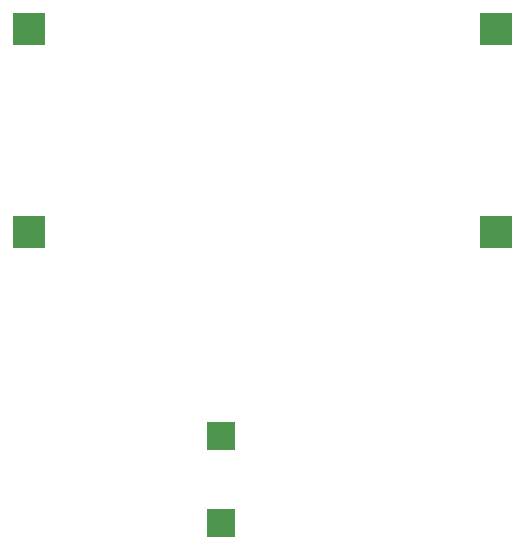
<source format=gtp>
G04 Layer: TopPasteMaskLayer*
G04 EasyEDA v6.5.23, 2023-06-11 23:43:22*
G04 2b95388b78af4998b8b99e231a31c8e7,07531b1ef0a74d2492736d9a14bc6988,10*
G04 Gerber Generator version 0.2*
G04 Scale: 100 percent, Rotated: No, Reflected: No *
G04 Dimensions in millimeters *
G04 leading zeros omitted , absolute positions ,4 integer and 5 decimal *
%FSLAX45Y45*%
%MOMM*%

%ADD10R,2.4000X2.4000*%
%ADD11R,2.8000X2.8000*%

%LPD*%
D10*
G01*
X12575006Y1569186D03*
G01*
X12575006Y839088D03*
D11*
G01*
X10947298Y5016601D03*
G01*
X14897100Y5016601D03*
G01*
X10947298Y3302000D03*
G01*
X14897100Y3302000D03*
M02*

</source>
